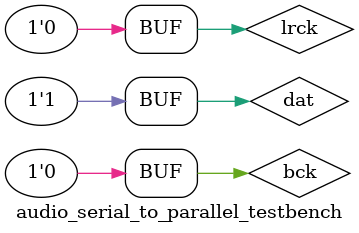
<source format=v>
module audio_serial_to_parallel_testbench;
reg bck;
reg lrck;
reg dat;
wire [15:0] outl;
wire [15:0] outr;
wire [15:0] temp;
wire [3:0] temp2;
parameter stimDelay = 10;
audio_serial_to_parallel DUT(bck, lrck, dat, outl, outr,temp,temp2);
initial
begin
//expected Rdata: 1100 1010 1100 1010
				 bck = 0; lrck = 0; dat=0;
#(stimDelay) bck = 1;
#(stimDelay) bck = 0; lrck=1;
#(stimDelay) bck = 1;
#(stimDelay) bck = 0; dat=1;//msb 1
#(stimDelay) bck = 1;
#(stimDelay) bck = 0; dat=1;
#(stimDelay) bck = 1;
#(stimDelay) bck = 0; dat=0;
#(stimDelay) bck = 1;
#(stimDelay) bck = 0; dat=0;
#(stimDelay) bck = 1;
#(stimDelay) bck = 0; dat=1;
#(stimDelay) bck = 1;
#(stimDelay) bck = 0; dat=0;
#(stimDelay) bck = 1;
#(stimDelay) bck = 0; dat=1;
#(stimDelay) bck = 1;
#(stimDelay) bck = 0; dat=0;
#(stimDelay) bck = 1;
#(stimDelay) bck = 0; dat=1;//9
#(stimDelay) bck = 1;
#(stimDelay) bck = 0; dat=1;
#(stimDelay) bck = 1;
#(stimDelay) bck = 0; dat=0;
#(stimDelay) bck = 1;
#(stimDelay) bck = 0; dat=0;
#(stimDelay) bck = 1;
#(stimDelay) bck = 0; dat=1;
#(stimDelay) bck = 1;
#(stimDelay) bck = 0; dat=0;
#(stimDelay) bck = 1;
#(stimDelay) bck = 0; dat=1;
#(stimDelay) bck = 1;
#(stimDelay) bck = 0; dat=0; //lsb
#(stimDelay) bck = 1;
#(stimDelay) bck = 0; //no data
#(stimDelay) bck = 1;
#(stimDelay) bck = 0; //no data
#(stimDelay) bck = 1;
#(stimDelay) bck = 0; lrck=0; //lrclk switch to left channel
#(stimDelay) bck = 1; 
#(stimDelay) bck = 0; dat=1; //MSB left 
#(stimDelay) bck = 1; 
#(stimDelay) bck = 0; dat=1;
#(stimDelay) bck = 1; 
#(stimDelay) bck = 0; dat=1;
#(stimDelay) bck = 1; 
#(stimDelay) bck = 0; dat=1;
#(stimDelay) bck = 1; 
#(stimDelay) bck = 0; dat=1;
#(stimDelay) bck = 1; 
#(stimDelay) bck = 0; dat=1;
#(stimDelay) bck = 1; 
#(stimDelay) bck = 0; dat=1;
#(stimDelay) bck = 1; 
#(stimDelay) bck = 0; dat=1;
#(stimDelay) bck = 1; 
#(stimDelay) bck = 0; dat=0;
#(stimDelay) bck = 1; 
#(stimDelay) bck = 0; dat=1;
#(stimDelay) bck = 1; 
#(stimDelay) bck = 0; dat=1;
#(stimDelay) bck = 1; 
#(stimDelay) bck = 0; dat=1;
#(stimDelay) bck = 1; 
#(stimDelay) bck = 0; dat=1;
#(stimDelay) bck = 1; 
#(stimDelay) bck = 0; dat=1;
#(stimDelay) bck = 1; 
#(stimDelay) bck = 0; dat=1;
#(stimDelay) bck = 1; 
#(stimDelay) bck = 0; dat=1; //LSB left 
#(stimDelay) bck = 1; 
#(stimDelay) bck = 0; lrck=1;
#(stimDelay) bck = 1;
#(stimDelay) bck = 0; dat=0;//msb 1
#(stimDelay) bck = 1;
#(stimDelay) bck = 0; dat=1;
#(stimDelay) bck = 1;
#(stimDelay) bck = 0; dat=0;
#(stimDelay) bck = 1;
#(stimDelay) bck = 0; dat=1;
#(stimDelay) bck = 1;
#(stimDelay) bck = 0; dat=1;
#(stimDelay) bck = 1;
#(stimDelay) bck = 0; dat=0;
#(stimDelay) bck = 1;
#(stimDelay) bck = 0; dat=1;
#(stimDelay) bck = 1;
#(stimDelay) bck = 0; dat=0;
#(stimDelay) bck = 1;
#(stimDelay) bck = 0; dat=1;//9
#(stimDelay) bck = 1;
#(stimDelay) bck = 0; dat=1;
#(stimDelay) bck = 1;
#(stimDelay) bck = 0; dat=0;
#(stimDelay) bck = 1;
#(stimDelay) bck = 0; dat=0;
#(stimDelay) bck = 1;
#(stimDelay) bck = 0; dat=1;
#(stimDelay) bck = 1;
#(stimDelay) bck = 0; dat=0;
#(stimDelay) bck = 1;
#(stimDelay) bck = 0; dat=1;
#(stimDelay) bck = 1;
#(stimDelay) bck = 0; dat=0; //lsb
#(stimDelay) bck = 1;
#(stimDelay) bck = 0; //no data
#(stimDelay) bck = 1;
#(stimDelay) bck = 0; //no data
#(stimDelay) bck = 1;
#(stimDelay) bck = 0; lrck=0; //lrclk switch to left channel
#(stimDelay) bck = 1; 
#(stimDelay) bck = 0; dat=0; //MSB left 
#(stimDelay) bck = 1; 
#(stimDelay) bck = 0; dat=1;
#(stimDelay) bck = 1; 
#(stimDelay) bck = 0; dat=1;
#(stimDelay) bck = 1; 
#(stimDelay) bck = 0; dat=1;
#(stimDelay) bck = 1; 
#(stimDelay) bck = 0; dat=1;
#(stimDelay) bck = 1; 
#(stimDelay) bck = 0; dat=1;
#(stimDelay) bck = 1; 
#(stimDelay) bck = 0; dat=1;
#(stimDelay) bck = 1; 
#(stimDelay) bck = 0; dat=1;
#(stimDelay) bck = 1; 
#(stimDelay) bck = 0; dat=0;
#(stimDelay) bck = 1; 
#(stimDelay) bck = 0; dat=1;
#(stimDelay) bck = 1; 
#(stimDelay) bck = 0; dat=1;
#(stimDelay) bck = 1; 
#(stimDelay) bck = 0; dat=1;
#(stimDelay) bck = 1; 
#(stimDelay) bck = 0; dat=1;
#(stimDelay) bck = 1; 
#(stimDelay) bck = 0; dat=1;
#(stimDelay) bck = 1; 
#(stimDelay) bck = 0; dat=1;
#(stimDelay) bck = 1; 
#(stimDelay) bck = 0; dat=1; //LSB left 
#(stimDelay) bck = 1; 
#(stimDelay) bck = 0;
#100; //Let simulation finish
end
endmodule
</source>
